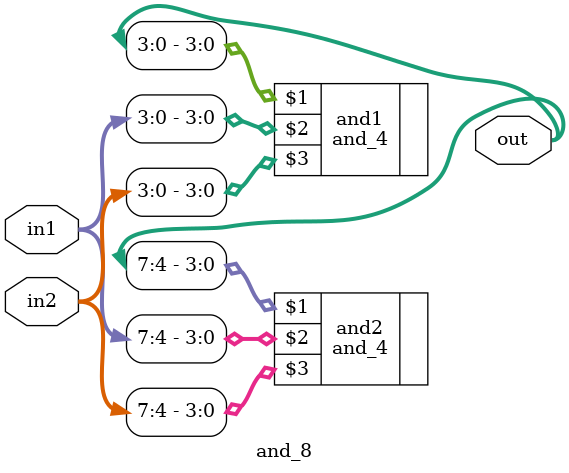
<source format=v>
module and_8(out, in1, in2);
	input [7:0] in1, in2;
	output [7:0] out;
	
	and_4 and1(out[3:0], in1[3:0], in2[3:0]);
	and_4 and2(out[7:4], in1[7:4], in2[7:4]);
	
endmodule

</source>
